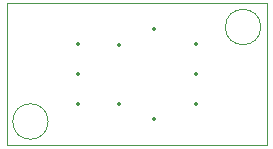
<source format=gbr>
%TF.GenerationSoftware,KiCad,Pcbnew,8.0.5*%
%TF.CreationDate,2024-12-11T17:58:03+10:00*%
%TF.ProjectId,anemometer,616e656d-6f6d-4657-9465-722e6b696361,rev?*%
%TF.SameCoordinates,Original*%
%TF.FileFunction,Profile,NP*%
%FSLAX46Y46*%
G04 Gerber Fmt 4.6, Leading zero omitted, Abs format (unit mm)*
G04 Created by KiCad (PCBNEW 8.0.5) date 2024-12-11 17:58:03*
%MOMM*%
%LPD*%
G01*
G04 APERTURE LIST*
%TA.AperFunction,Profile*%
%ADD10C,0.050000*%
%TD*%
%ADD11C,0.350000*%
G04 APERTURE END LIST*
D10*
X124500000Y-66000000D02*
G75*
G02*
X121500000Y-66000000I-1500000J0D01*
G01*
X121500000Y-66000000D02*
G75*
G02*
X124500000Y-66000000I1500000J0D01*
G01*
X106500000Y-74000000D02*
G75*
G02*
X103500000Y-74000000I-1500000J0D01*
G01*
X103500000Y-74000000D02*
G75*
G02*
X106500000Y-74000000I1500000J0D01*
G01*
X103000000Y-64000000D02*
X125000000Y-64000000D01*
X125000000Y-76000000D01*
X103000000Y-76000000D01*
X103000000Y-64000000D01*
D11*
X109000000Y-67475000D03*
X109000000Y-70015000D03*
X109000000Y-72555000D03*
X119000000Y-67475000D03*
X119000000Y-70015000D03*
X119000000Y-72555000D03*
X115500000Y-66190000D03*
X115500000Y-73810000D03*
X112500000Y-67500000D03*
X112500000Y-72500000D03*
M02*

</source>
